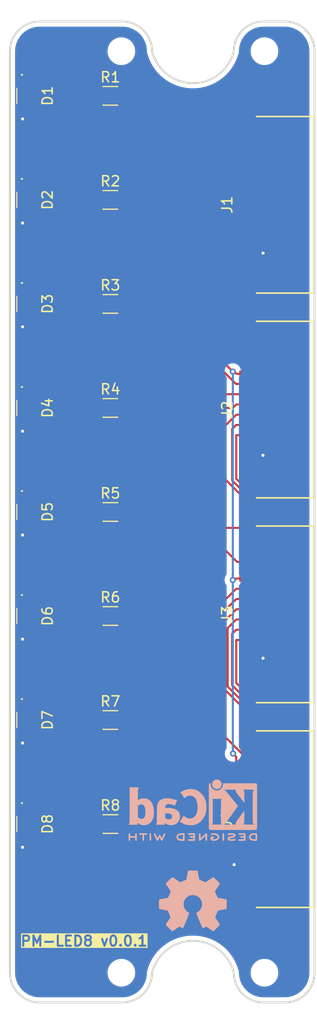
<source format=kicad_pcb>
(kicad_pcb (version 20240108) (generator "pcbnew") (generator_version "8.0")
  (title_block (title "${article} v${version}"))
  (layers (0 "F.Cu" signal) (31 "B.Cu" signal) (34 "B.Paste" user) (35 "F.Paste" user) (36 "B.SilkS" user "B.Silkscreen") (37 "F.SilkS" user "F.Silkscreen") (38 "B.Mask" user) (39 "F.Mask" user) (44 "Edge.Cuts" user))
  (property "article" "PM-LED8")
  (property "version" "0.0.1")
  (net 0 "")
  (net 2 "GND")
  (net 6 "Net-(J1-Pin_3)")
  (net 7 "Net-(J1-Pin_2)")
  (net 8 "Net-(J1-Pin_6)")
  (net 9 "Net-(J1-Pin_4)")
  (net 10 "Net-(J1-Pin_7)")
  (net 11 "Net-(J1-Pin_9)")
  (net 12 "Net-(J1-Pin_8)")
  (net 13 "Net-(J1-Pin_5)")
  (net 14 "Net-(D1-Pad1)")
  (net 15 "Net-(D2-Pad1)")
  (net 16 "Net-(D3-Pad1)")
  (net 17 "Net-(D4-Pad1)")
  (net 18 "Net-(D5-Pad1)")
  (net 19 "Net-(D6-Pad1)")
  (net 20 "Net-(D7-Pad1)")
  (net 21 "Net-(D8-Pad1)")
  (footprint "kicad_inventree_lib:CONN10_AFA07-S10_JUS" (layer "F.Cu") (at 77.8 110.8 90)
    (property "Reference" "J3" (at 0 -5.65 90) (layer "F.SilkS"))
    (property "Value" "AFA07-S10FCC-00")
    (pad "1" smd rect (at -4.499991 -3.556 90) (size 0.635 1.8034) (layers "F.Cu" "F.Paste" "F.Mask") (net 2 "GND"))
    (pad "2" smd rect (at -3.499993 -3.556 90) (size 0.635 1.8034) (layers "F.Cu" "F.Paste" "F.Mask") (net 7 "Net-(J1-Pin_2)"))
    (pad "3" smd rect (at -2.499995 -3.556 90) (size 0.635 1.8034) (layers "F.Cu" "F.Paste" "F.Mask") (net 6 "Net-(J1-Pin_3)"))
    (pad "4" smd rect (at -1.499997 -3.556 90) (size 0.635 1.8034) (layers "F.Cu" "F.Paste" "F.Mask") (net 9 "Net-(J1-Pin_4)"))
    (pad "5" smd rect (at -0.499999 -3.556 90) (size 0.635 1.8034) (layers "F.Cu" "F.Paste" "F.Mask") (net 13 "Net-(J1-Pin_5)"))
    (pad "6" smd rect (at 0.499999 -3.556 90) (size 0.635 1.8034) (layers "F.Cu" "F.Paste" "F.Mask") (net 8 "Net-(J1-Pin_6)"))
    (pad "7" smd rect (at 1.499997 -3.556 90) (size 0.635 1.8034) (layers "F.Cu" "F.Paste" "F.Mask") (net 10 "Net-(J1-Pin_7)"))
    (pad "8" smd rect (at 2.499995 -3.556 90) (size 0.635 1.8034) (layers "F.Cu" "F.Paste" "F.Mask") (net 12 "Net-(J1-Pin_8)"))
    (pad "9" smd rect (at 3.499993 -3.556 90) (size 0.635 1.8034) (layers "F.Cu" "F.Paste" "F.Mask") (net 11 "Net-(J1-Pin_9)"))
    (pad "10" smd rect (at 4.499991 -3.556 90) (size 0.635 1.8034) (layers "F.Cu" "F.Paste" "F.Mask"))
    (pad "11" smd rect (at -6.850002 -1.385999 90) (size 2.5908 2.9972) (layers "F.Cu" "F.Paste" "F.Mask"))
    (pad "12" smd rect (at 6.850002 -1.385999 90) (size 2.5908 2.9972) (layers "F.Cu" "F.Paste" "F.Mask"))
  )
  (footprint "kicad_inventree_lib:1221GHCYR2S22C" (layer "F.Cu") (at 51.576 70.32 90)
    (property "Reference" "D2" (at 0 3 90) (layer "F.SilkS"))
    (property "Value" "12-21_GHC-YR2S2_2C" (hide yes))
    (pad "1" smd rect (at 1.42 0.555 90) (size 0.63 1.41) (layers "F.Cu" "F.Paste" "F.Mask") (net 15 "Net-(D2-Pad1)"))
    (pad "2" smd rect (at -1.42 0.555 90) (size 0.63 1.41) (layers "F.Cu" "F.Paste" "F.Mask") (net 2 "GND"))
    (pad "3" smd rect (at 0 1.045 180) (size 0.43 1.07) (layers "F.Cu" "F.Paste" "F.Mask"))
  )
  (footprint "Resistor_SMD:R_1206_3216Metric_Pad1.30x1.75mm_HandSolder" (layer "F.Cu") (at 60.72 80.48)
    (property "Reference" "R3" (at 0 -1.82 0) (layer "F.SilkS"))
    (property "Value" "680R")
    (pad "1" smd roundrect (at -1.55 0) (size 1.3 1.75) (layers "F.Cu" "F.Paste" "F.Mask") (roundrect_rratio 0.192308) (net 16 "Net-(D3-Pad1)"))
    (pad "2" smd roundrect (at 1.55 0) (size 1.3 1.75) (layers "F.Cu" "F.Paste" "F.Mask") (roundrect_rratio 0.192308) (net 10 "Net-(J1-Pin_7)"))
  )
  (footprint "kicad_inventree_lib:1221GHCYR2S22C" (layer "F.Cu") (at 51.576 60.16 90)
    (property "Reference" "D1" (at 0 3 90) (layer "F.SilkS"))
    (property "Value" "12-21_GHC-YR2S2_2C" (hide yes))
    (pad "1" smd rect (at 1.42 0.555 90) (size 0.63 1.41) (layers "F.Cu" "F.Paste" "F.Mask") (net 14 "Net-(D1-Pad1)"))
    (pad "2" smd rect (at -1.42 0.555 90) (size 0.63 1.41) (layers "F.Cu" "F.Paste" "F.Mask") (net 2 "GND"))
    (pad "3" smd rect (at 0 1.045 180) (size 0.43 1.07) (layers "F.Cu" "F.Paste" "F.Mask"))
  )
  (footprint "Resistor_SMD:R_1206_3216Metric_Pad1.30x1.75mm_HandSolder" (layer "F.Cu") (at 60.72 121.12)
    (property "Reference" "R7" (at 0 -1.82 0) (layer "F.SilkS"))
    (property "Value" "680R")
    (pad "1" smd roundrect (at -1.55 0) (size 1.3 1.75) (layers "F.Cu" "F.Paste" "F.Mask") (roundrect_rratio 0.192308) (net 20 "Net-(D7-Pad1)"))
    (pad "2" smd roundrect (at 1.55 0) (size 1.3 1.75) (layers "F.Cu" "F.Paste" "F.Mask") (roundrect_rratio 0.192308) (net 6 "Net-(J1-Pin_3)"))
  )
  (footprint "Resistor_SMD:R_1206_3216Metric_Pad1.30x1.75mm_HandSolder" (layer "F.Cu") (at 60.72 100.8)
    (property "Reference" "R5" (at 0 -1.82 0) (layer "F.SilkS"))
    (property "Value" "680R")
    (pad "1" smd roundrect (at -1.55 0) (size 1.3 1.75) (layers "F.Cu" "F.Paste" "F.Mask") (roundrect_rratio 0.192308) (net 18 "Net-(D5-Pad1)"))
    (pad "2" smd roundrect (at 1.55 0) (size 1.3 1.75) (layers "F.Cu" "F.Paste" "F.Mask") (roundrect_rratio 0.192308) (net 13 "Net-(J1-Pin_5)"))
  )
  (footprint "Resistor_SMD:R_1206_3216Metric_Pad1.30x1.75mm_HandSolder" (layer "F.Cu") (at 60.72 60.16)
    (property "Reference" "R1" (at 0 -1.82 0) (layer "F.SilkS"))
    (property "Value" "680R")
    (pad "1" smd roundrect (at -1.55 0) (size 1.3 1.75) (layers "F.Cu" "F.Paste" "F.Mask") (roundrect_rratio 0.192308) (net 14 "Net-(D1-Pad1)"))
    (pad "2" smd roundrect (at 1.55 0) (size 1.3 1.75) (layers "F.Cu" "F.Paste" "F.Mask") (roundrect_rratio 0.192308) (net 11 "Net-(J1-Pin_9)"))
  )
  (footprint "kicad_inventree_lib:1221GHCYR2S22C" (layer "F.Cu") (at 51.576 131.28 90)
    (property "Reference" "D8" (at 0 3 90) (layer "F.SilkS"))
    (property "Value" "12-21_GHC-YR2S2_2C" (hide yes))
    (pad "1" smd rect (at 1.42 0.555 90) (size 0.63 1.41) (layers "F.Cu" "F.Paste" "F.Mask") (net 21 "Net-(D8-Pad1)"))
    (pad "2" smd rect (at -1.42 0.555 90) (size 0.63 1.41) (layers "F.Cu" "F.Paste" "F.Mask") (net 2 "GND"))
    (pad "3" smd rect (at 0 1.045 180) (size 0.43 1.07) (layers "F.Cu" "F.Paste" "F.Mask"))
  )
  (footprint "Resistor_SMD:R_1206_3216Metric_Pad1.30x1.75mm_HandSolder" (layer "F.Cu") (at 60.72 131.28)
    (property "Reference" "R8" (at 0 -1.82 0) (layer "F.SilkS"))
    (property "Value" "680R")
    (pad "1" smd roundrect (at -1.55 0) (size 1.3 1.75) (layers "F.Cu" "F.Paste" "F.Mask") (roundrect_rratio 0.192308) (net 21 "Net-(D8-Pad1)"))
    (pad "2" smd roundrect (at 1.55 0) (size 1.3 1.75) (layers "F.Cu" "F.Paste" "F.Mask") (roundrect_rratio 0.192308) (net 7 "Net-(J1-Pin_2)"))
  )
  (footprint "kicad_inventree_lib:1221GHCYR2S22C" (layer "F.Cu") (at 51.576 100.8 90)
    (property "Reference" "D5" (at 0 3 90) (layer "F.SilkS"))
    (property "Value" "12-21_GHC-YR2S2_2C" (hide yes))
    (pad "1" smd rect (at 1.42 0.555 90) (size 0.63 1.41) (layers "F.Cu" "F.Paste" "F.Mask") (net 18 "Net-(D5-Pad1)"))
    (pad "2" smd rect (at -1.42 0.555 90) (size 0.63 1.41) (layers "F.Cu" "F.Paste" "F.Mask") (net 2 "GND"))
    (pad "3" smd rect (at 0 1.045 180) (size 0.43 1.07) (layers "F.Cu" "F.Paste" "F.Mask"))
  )
  (footprint "kicad_inventree_lib:1221GHCYR2S22C" (layer "F.Cu") (at 51.576 110.96 90)
    (property "Reference" "D6" (at 0 3 90) (layer "F.SilkS"))
    (property "Value" "12-21_GHC-YR2S2_2C" (hide yes))
    (pad "1" smd rect (at 1.42 0.555 90) (size 0.63 1.41) (layers "F.Cu" "F.Paste" "F.Mask") (net 19 "Net-(D6-Pad1)"))
    (pad "2" smd rect (at -1.42 0.555 90) (size 0.63 1.41) (layers "F.Cu" "F.Paste" "F.Mask") (net 2 "GND"))
    (pad "3" smd rect (at 0 1.045 180) (size 0.43 1.07) (layers "F.Cu" "F.Paste" "F.Mask"))
  )
  (footprint "kicad_inventree_lib:CONN10_AFA07-S10_JUS" (layer "F.Cu") (at 77.8 130.8 90)
    (property "Reference" "J4" (at 0 -5.65 90) (layer "F.SilkS"))
    (property "Value" "AFA07-S10FCC-00")
    (pad "1" smd rect (at -4.499991 -3.556 90) (size 0.635 1.8034) (layers "F.Cu" "F.Paste" "F.Mask") (net 2 "GND"))
    (pad "2" smd rect (at -3.499993 -3.556 90) (size 0.635 1.8034) (layers "F.Cu" "F.Paste" "F.Mask") (net 7 "Net-(J1-Pin_2)"))
    (pad "3" smd rect (at -2.499995 -3.556 90) (size 0.635 1.8034) (layers "F.Cu" "F.Paste" "F.Mask") (net 6 "Net-(J1-Pin_3)"))
    (pad "4" smd rect (at -1.499997 -3.556 90) (size 0.635 1.8034) (layers "F.Cu" "F.Paste" "F.Mask") (net 9 "Net-(J1-Pin_4)"))
    (pad "5" smd rect (at -0.499999 -3.556 90) (size 0.635 1.8034) (layers "F.Cu" "F.Paste" "F.Mask") (net 13 "Net-(J1-Pin_5)"))
    (pad "6" smd rect (at 0.499999 -3.556 90) (size 0.635 1.8034) (layers "F.Cu" "F.Paste" "F.Mask") (net 8 "Net-(J1-Pin_6)"))
    (pad "7" smd rect (at 1.499997 -3.556 90) (size 0.635 1.8034) (layers "F.Cu" "F.Paste" "F.Mask") (net 10 "Net-(J1-Pin_7)"))
    (pad "8" smd rect (at 2.499995 -3.556 90) (size 0.635 1.8034) (layers "F.Cu" "F.Paste" "F.Mask") (net 12 "Net-(J1-Pin_8)"))
    (pad "9" smd rect (at 3.499993 -3.556 90) (size 0.635 1.8034) (layers "F.Cu" "F.Paste" "F.Mask") (net 11 "Net-(J1-Pin_9)"))
    (pad "10" smd rect (at 4.499991 -3.556 90) (size 0.635 1.8034) (layers "F.Cu" "F.Paste" "F.Mask"))
    (pad "11" smd rect (at -6.850002 -1.385999 90) (size 2.5908 2.9972) (layers "F.Cu" "F.Paste" "F.Mask"))
    (pad "12" smd rect (at 6.850002 -1.385999 90) (size 2.5908 2.9972) (layers "F.Cu" "F.Paste" "F.Mask"))
  )
  (footprint "MountingHole:MountingHole_2.2mm_M2" (layer "F.Cu") (at 75.8 55.8)
    (property "Reference" "H1" (hide yes))
    (property "Value" "MountingHole")
    (pad "" np_thru_hole circle (at 0 0) (size 2.2 2.2) (drill 2.2) (layers "*.Cu" "*.Mask"))
  )
  (footprint "MountingHole:MountingHole_2.2mm_M2" (layer "F.Cu") (at 61.8 145.8)
    (property "Reference" "H4" (hide yes))
    (property "Value" "MountingHole")
    (pad "" np_thru_hole circle (at 0 0) (size 2.2 2.2) (drill 2.2) (layers "*.Cu" "*.Mask"))
  )
  (footprint "MountingHole:MountingHole_2.2mm_M2" (layer "F.Cu") (at 75.8 145.8)
    (property "Reference" "H2" (hide yes))
    (property "Value" "MountingHole")
    (pad "" np_thru_hole circle (at 0 0) (size 2.2 2.2) (drill 2.2) (layers "*.Cu" "*.Mask"))
  )
  (footprint "kicad_inventree_lib:1221GHCYR2S22C" (layer "F.Cu") (at 51.576 80.48 90)
    (property "Reference" "D3" (at 0 3 90) (layer "F.SilkS"))
    (property "Value" "12-21_GHC-YR2S2_2C" (hide yes))
    (pad "1" smd rect (at 1.42 0.555 90) (size 0.63 1.41) (layers "F.Cu" "F.Paste" "F.Mask") (net 16 "Net-(D3-Pad1)"))
    (pad "2" smd rect (at -1.42 0.555 90) (size 0.63 1.41) (layers "F.Cu" "F.Paste" "F.Mask") (net 2 "GND"))
    (pad "3" smd rect (at 0 1.045 180) (size 0.43 1.07) (layers "F.Cu" "F.Paste" "F.Mask"))
  )
  (footprint "kicad_inventree_lib:1221GHCYR2S22C" (layer "F.Cu") (at 51.576 121.12 90)
    (property "Reference" "D7" (at 0 3 90) (layer "F.SilkS"))
    (property "Value" "12-21_GHC-YR2S2_2C" (hide yes))
    (pad "1" smd rect (at 1.42 0.555 90) (size 0.63 1.41) (layers "F.Cu" "F.Paste" "F.Mask") (net 20 "Net-(D7-Pad1)"))
    (pad "2" smd rect (at -1.42 0.555 90) (size 0.63 1.41) (layers "F.Cu" "F.Paste" "F.Mask") (net 2 "GND"))
    (pad "3" smd rect (at 0 1.045 180) (size 0.43 1.07) (layers "F.Cu" "F.Paste" "F.Mask"))
  )
  (footprint "kicad_inventree_lib:CONN10_AFA07-S10_JUS" (layer "F.Cu") (at 77.8 70.8 90)
    (property "Reference" "J1" (at 0 -5.65 90) (layer "F.SilkS"))
    (property "Value" "AFA07-S10FCC-00")
    (pad "1" smd rect (at -4.499991 -3.556 90) (size 0.635 1.8034) (layers "F.Cu" "F.Paste" "F.Mask") (net 2 "GND"))
    (pad "2" smd rect (at -3.499993 -3.556 90) (size 0.635 1.8034) (layers "F.Cu" "F.Paste" "F.Mask") (net 7 "Net-(J1-Pin_2)"))
    (pad "3" smd rect (at -2.499995 -3.556 90) (size 0.635 1.8034) (layers "F.Cu" "F.Paste" "F.Mask") (net 6 "Net-(J1-Pin_3)"))
    (pad "4" smd rect (at -1.499997 -3.556 90) (size 0.635 1.8034) (layers "F.Cu" "F.Paste" "F.Mask") (net 9 "Net-(J1-Pin_4)"))
    (pad "5" smd rect (at -0.499999 -3.556 90) (size 0.635 1.8034) (layers "F.Cu" "F.Paste" "F.Mask") (net 13 "Net-(J1-Pin_5)"))
    (pad "6" smd rect (at 0.499999 -3.556 90) (size 0.635 1.8034) (layers "F.Cu" "F.Paste" "F.Mask") (net 8 "Net-(J1-Pin_6)"))
    (pad "7" smd rect (at 1.499997 -3.556 90) (size 0.635 1.8034) (layers "F.Cu" "F.Paste" "F.Mask") (net 10 "Net-(J1-Pin_7)"))
    (pad "8" smd rect (at 2.499995 -3.556 90) (size 0.635 1.8034) (layers "F.Cu" "F.Paste" "F.Mask") (net 12 "Net-(J1-Pin_8)"))
    (pad "9" smd rect (at 3.499993 -3.556 90) (size 0.635 1.8034) (layers "F.Cu" "F.Paste" "F.Mask") (net 11 "Net-(J1-Pin_9)"))
    (pad "10" smd rect (at 4.499991 -3.556 90) (size 0.635 1.8034) (layers "F.Cu" "F.Paste" "F.Mask"))
    (pad "11" smd rect (at -6.850002 -1.385999 90) (size 2.5908 2.9972) (layers "F.Cu" "F.Paste" "F.Mask"))
    (pad "12" smd rect (at 6.850002 -1.385999 90) (size 2.5908 2.9972) (layers "F.Cu" "F.Paste" "F.Mask"))
  )
  (footprint "kicad_inventree_lib:CONN10_AFA07-S10_JUS" (layer "F.Cu") (at 77.8 90.8 90)
    (property "Reference" "J2" (at 0 -5.65 90) (layer "F.SilkS"))
    (property "Value" "AFA07-S10FCC-00")
    (pad "1" smd rect (at -4.499991 -3.556 90) (size 0.635 1.8034) (layers "F.Cu" "F.Paste" "F.Mask") (net 2 "GND"))
    (pad "2" smd rect (at -3.499993 -3.556 90) (size 0.635 1.8034) (layers "F.Cu" "F.Paste" "F.Mask") (net 7 "Net-(J1-Pin_2)"))
    (pad "3" smd rect (at -2.499995 -3.556 90) (size 0.635 1.8034) (layers "F.Cu" "F.Paste" "F.Mask") (net 6 "Net-(J1-Pin_3)"))
    (pad "4" smd rect (at -1.499997 -3.556 90) (size 0.635 1.8034) (layers "F.Cu" "F.Paste" "F.Mask") (net 9 "Net-(J1-Pin_4)"))
    (pad "5" smd rect (at -0.499999 -3.556 90) (size 0.635 1.8034) (layers "F.Cu" "F.Paste" "F.Mask") (net 13 "Net-(J1-Pin_5)"))
    (pad "6" smd rect (at 0.499999 -3.556 90) (size 0.635 1.8034) (layers "F.Cu" "F.Paste" "F.Mask") (net 8 "Net-(J1-Pin_6)"))
    (pad "7" smd rect (at 1.499997 -3.556 90) (size 0.635 1.8034) (layers "F.Cu" "F.Paste" "F.Mask") (net 10 "Net-(J1-Pin_7)"))
    (pad "8" smd rect (at 2.499995 -3.556 90) (size 0.635 1.8034) (layers "F.Cu" "F.Paste" "F.Mask") (net 12 "Net-(J1-Pin_8)"))
    (pad "9" smd rect (at 3.499993 -3.556 90) (size 0.635 1.8034) (layers "F.Cu" "F.Paste" "F.Mask") (net 11 "Net-(J1-Pin_9)"))
    (pad "10" smd rect (at 4.499991 -3.556 90) (size 0.635 1.8034) (layers "F.Cu" "F.Paste" "F.Mask"))
    (pad "11" smd rect (at -6.850002 -1.385999 90) (size 2.5908 2.9972) (layers "F.Cu" "F.Paste" "F.Mask"))
    (pad "12" smd rect (at 6.850002 -1.385999 90) (size 2.5908 2.9972) (layers "F.Cu" "F.Paste" "F.Mask"))
  )
  (footprint "kicad_inventree_lib:1221GHCYR2S22C" (layer "F.Cu") (at 51.576 90.64 90)
    (property "Reference" "D4" (at 0 3 90) (layer "F.SilkS"))
    (property "Value" "12-21_GHC-YR2S2_2C" (hide yes))
    (pad "1" smd rect (at 1.42 0.555 90) (size 0.63 1.41) (layers "F.Cu" "F.Paste" "F.Mask") (net 17 "Net-(D4-Pad1)"))
    (pad "2" smd rect (at -1.42 0.555 90) (size 0.63 1.41) (layers "F.Cu" "F.Paste" "F.Mask") (net 2 "GND"))
    (pad "3" smd rect (at 0 1.045 180) (size 0.43 1.07) (layers "F.Cu" "F.Paste" "F.Mask"))
  )
  (footprint "Resistor_SMD:R_1206_3216Metric_Pad1.30x1.75mm_HandSolder" (layer "F.Cu") (at 60.72 70.32)
    (property "Reference" "R2" (at 0 -1.82 0) (layer "F.SilkS"))
    (property "Value" "680R")
    (pad "1" smd roundrect (at -1.55 0) (size 1.3 1.75) (layers "F.Cu" "F.Paste" "F.Mask") (roundrect_rratio 0.192308) (net 15 "Net-(D2-Pad1)"))
    (pad "2" smd roundrect (at 1.55 0) (size 1.3 1.75) (layers "F.Cu" "F.Paste" "F.Mask") (roundrect_rratio 0.192308) (net 12 "Net-(J1-Pin_8)"))
  )
  (footprint "Resistor_SMD:R_1206_3216Metric_Pad1.30x1.75mm_HandSolder" (layer "F.Cu") (at 60.72 110.96)
    (property "Reference" "R6" (at 0 -1.82 0) (layer "F.SilkS"))
    (property "Value" "680R")
    (pad "1" smd roundrect (at -1.55 0) (size 1.3 1.75) (layers "F.Cu" "F.Paste" "F.Mask") (roundrect_rratio 0.192308) (net 19 "Net-(D6-Pad1)"))
    (pad "2" smd roundrect (at 1.55 0) (size 1.3 1.75) (layers "F.Cu" "F.Paste" "F.Mask") (roundrect_rratio 0.192308) (net 9 "Net-(J1-Pin_4)"))
  )
  (footprint "MountingHole:MountingHole_2.2mm_M2" (layer "F.Cu") (at 61.8 55.8)
    (property "Reference" "H3" (hide yes))
    (property "Value" "MountingHole")
    (pad "" np_thru_hole circle (at 0 0) (size 2.2 2.2) (drill 2.2) (layers "*.Cu" "*.Mask"))
  )
  (footprint "Resistor_SMD:R_1206_3216Metric_Pad1.30x1.75mm_HandSolder" (layer "F.Cu") (at 60.72 90.64)
    (property "Reference" "R4" (at 0 -1.82 0) (layer "F.SilkS"))
    (property "Value" "680R")
    (pad "1" smd roundrect (at -1.55 0) (size 1.3 1.75) (layers "F.Cu" "F.Paste" "F.Mask") (roundrect_rratio 0.192308) (net 17 "Net-(D4-Pad1)"))
    (pad "2" smd roundrect (at 1.55 0) (size 1.3 1.75) (layers "F.Cu" "F.Paste" "F.Mask") (roundrect_rratio 0.192308) (net 8 "Net-(J1-Pin_6)"))
  )
  (footprint "Symbol:OSHW-Symbol_6.7x6mm_SilkScreen" (layer "B.Cu") (at 68.8 138.8 180)
    (property "Reference" "REF**" (hide yes))
    (property "Value" "OSHW-Symbol_6.7x6mm_SilkScreen" (hide yes))
  )
  (footprint "Symbol:KiCad-Logo2_5mm_SilkScreen" (layer "B.Cu") (at 68.8 129.91 180)
    (property "Reference" "Logo_kicad" (hide yes))
    (property "Value" "KiCad-Logo2_5mm_SilkScreen" (hide yes))
  )
  (gr_line (start 50.9 145.8) (end 50.9 55.8) (stroke (width 0.2)) (layer "Edge.Cuts"))
  (gr_arc (start 77.8 52.9) (mid 79.85061 53.74939) (end 80.7 55.8) (stroke (width 0.2)) (layer "Edge.Cuts"))
  (gr_arc (start 64.800001 145.8) (mid 68.8 142.676895) (end 72.799999 145.8) (stroke (width 0.2)) (layer "Edge.Cuts"))
  (gr_arc (start 53.8 148.7) (mid 51.74939 147.85061) (end 50.9 145.8) (stroke (width 0.2)) (layer "Edge.Cuts"))
  (gr_arc (start 72.8 55.8) (mid 73.64939 53.74939) (end 75.7 52.9) (stroke (width 0.2)) (layer "Edge.Cuts"))
  (gr_line (start 77.8 148.7) (end 75.7 148.7) (stroke (width 0.2)) (layer "Edge.Cuts"))
  (gr_arc (start 75.7 148.7) (mid 73.64939 147.85061) (end 72.8 145.8) (stroke (width 0.2)) (layer "Edge.Cuts"))
  (gr_arc (start 72.799999 55.8) (mid 68.8 58.923105) (end 64.800001 55.8) (stroke (width 0.2)) (layer "Edge.Cuts"))
  (gr_line (start 80.7 55.8) (end 80.7 145.8) (stroke (width 0.2)) (layer "Edge.Cuts"))
  (gr_arc (start 80.7 145.8) (mid 79.85061 147.85061) (end 77.8 148.7) (stroke (width 0.2)) (layer "Edge.Cuts"))
  (gr_line (start 61.9 148.7) (end 53.8 148.7) (stroke (width 0.2)) (layer "Edge.Cuts"))
  (gr_line (start 61.9 52.9) (end 53.8 52.9) (stroke (width 0.2)) (layer "Edge.Cuts"))
  (gr_arc (start 50.9 55.8) (mid 51.74939 53.74939) (end 53.8 52.9) (stroke (width 0.2)) (layer "Edge.Cuts"))
  (gr_line (start 77.8 52.9) (end 75.7 52.9) (stroke (width 0.2)) (layer "Edge.Cuts"))
  (gr_arc (start 61.9 52.9) (mid 63.95061 53.74939) (end 64.8 55.8) (stroke (width 0.2)) (layer "Edge.Cuts"))
  (gr_arc (start 64.8 145.8) (mid 63.95061 147.85061) (end 61.9 148.7) (stroke (width 0.2)) (layer "Edge.Cuts"))
  (gr_text "${article} v${version}" (at 51.83 142.71 0) (layer "F.SilkS" knockout) (effects (font (size 1 1) (thickness 0.2) (bold yes)) (justify left)))
  (segment (start 52.131 102.22) (end 52.131 103.0539) (width 0.2) (layer "F.Cu") (net 2))
  (segment (start 52.131 133.5497) (end 52.131 132.7) (width 0.2) (layer "F.Cu") (net 2))
  (segment (start 52.131 113.2217) (end 52.131 112.38) (width 0.2) (layer "F.Cu") (net 2))
  (segment (start 75.4474 95.3) (end 75.4801 95.2673) (width 0.2) (layer "F.Cu") (net 2))
  (segment (start 72.9876 135.247) (end 73.0406 135.3) (width 0.2) (layer "F.Cu") (net 2))
  (segment (start 72.8315 135.247) (end 72.9876 135.247) (width 0.2) (layer "F.Cu") (net 2))
  (segment (start 74.244 135.3) (end 73.0406 135.3) (width 0.2) (layer "F.Cu") (net 2))
  (segment (start 52.131 123.3681) (end 52.131 122.54) (width 0.2) (layer "F.Cu") (net 2))
  (segment (start 52.131 62.4165) (end 52.131 61.58) (width 0.2) (layer "F.Cu") (net 2))
  (segment (start 74.244 115.3) (end 75.4474 115.3) (width 0.2) (layer "F.Cu") (net 2))
  (segment (start 75.4474 115.3) (end 75.6628 115.0846) (width 0.2) (layer "F.Cu") (net 2))
  (segment (start 52.131 82.72) (end 52.131 81.9) (width 0.2) (layer "F.Cu") (net 2))
  (segment (start 75.6651 75.5177) (end 75.4474 75.3) (width 0.2) (layer "F.Cu") (net 2))
  (segment (start 52.131 72.5842) (end 52.131 71.74) (width 0.2) (layer "F.Cu") (net 2))
  (segment (start 74.244 75.3) (end 75.4474 75.3) (width 0.2) (layer "F.Cu") (net 2))
  (segment (start 75.4801 95.2673) (end 75.6531 95.2673) (width 0.2) (layer "F.Cu") (net 2))
  (segment (start 74.244 95.3) (end 75.4474 95.3) (width 0.2) (layer "F.Cu") (net 2))
  (segment (start 52.131 92.9113) (end 52.131 92.06) (width 0.2) (layer "F.Cu") (net 2))
  (via (at 52.131 133.5497) (size 0.6) (drill 0.3) (layers "F.Cu" "B.Cu") (net 2))
  (via (at 75.6628 115.0846) (size 0.6) (drill 0.3) (layers "F.Cu" "B.Cu") (net 2))
  (via (at 75.6651 75.5177) (size 0.6) (drill 0.3) (layers "F.Cu" "B.Cu") (net 2))
  (via (at 52.131 72.5842) (size 0.6) (drill 0.3) (layers "F.Cu" "B.Cu") (net 2))
  (via (at 52.131 82.72) (size 0.6) (drill 0.3) (layers "F.Cu" "B.Cu") (net 2))
  (via (at 52.131 92.9113) (size 0.6) (drill 0.3) (layers "F.Cu" "B.Cu") (net 2))
  (via (at 52.131 103.0539) (size 0.6) (drill 0.3) (layers "F.Cu" "B.Cu") (net 2))
  (via (at 72.8315 135.247) (size 0.6) (drill 0.3) (layers "F.Cu" "B.Cu") (net 2))
  (via (at 52.131 62.4165) (size 0.6) (drill 0.3) (layers "F.Cu" "B.Cu") (net 2))
  (via (at 75.6531 95.2673) (size 0.6) (drill 0.3) (layers "F.Cu" "B.Cu") (net 2))
  (via (at 52.131 113.2217) (size 0.6) (drill 0.3) (layers "F.Cu" "B.Cu") (net 2))
  (via (at 52.131 123.3681) (size 0.6) (drill 0.3) (layers "F.Cu" "B.Cu") (net 2))
  (segment (start 74.0009 133.3) (end 73.0406 133.3) (width 0.2) (layer "F.Cu") (net 6))
  (segment (start 74.7449 93.3) (end 75.4474 93.3) (width 0.2) (layer "F.Cu") (net 6))
  (segment (start 74.244 133.3) (end 75.4474 133.3) (width 0.2) (layer "F.Cu") (net 6))
  (segment (start 74.244 113.3) (end 75.4474 113.3) (width 0.2) (layer "F.Cu") (net 6))
  (segment (start 76.7215 79.3328) (end 74.8761 79.3328) (width 0.2) (layer "F.Cu") (net 6))
  (segment (start 79.4194 89.328) (end 79.4194 82.0307) (width 0.2) (layer "F.Cu") (net 6))
  (segment (start 62.27 122.5294) (end 73.0406 133.3) (width 0.2) (layer "F.Cu") (net 6))
  (segment (start 79.4704 109.277) (end 75.4474 113.3) (width 0.2) (layer "F.Cu") (net 6))
  (segment (start 76.7867 99.2471) (end 79.4704 101.9308) (width 0.2) (layer "F.Cu") (net 6))
  (segment (start 77.1076 119.6908) (end 79.4274 122.0106) (width 0.2) (layer "F.Cu") (net 6))
  (segment (start 73.0406 117.5014) (end 75.23 119.6908) (width 0.2) (layer "F.Cu") (net 6))
  (segment (start 79.4274 129.32) (end 75.4474 133.3) (width 0.2) (layer "F.Cu") (net 6))
  (segment (start 79.4704 101.9308) (end 79.4704 109.277) (width 0.2) (layer "F.Cu") (net 6))
  (segment (start 74.244 73.3) (end 73.0406 73.3) (width 0.2) (layer "F.Cu") (net 6))
  (segment (start 75.4474 93.3) (end 79.4194 89.328) (width 0.2) (layer "F.Cu") (net 6))
  (segment (start 73.0406 93.3) (end 73.0406 97.5521) (width 0.2) (layer "F.Cu") (net 6))
  (segment (start 74.244 93.3) (end 73.0406 93.3) (width 0.2) (layer "F.Cu") (net 6))
  (segment (start 79.4194 82.0307) (end 76.7215 79.3328) (width 0.2) (layer "F.Cu") (net 6))
  (segment (start 74.8761 79.3328) (end 73.0406 77.4973) (width 0.2) (layer "F.Cu") (net 6))
  (segment (start 74.244 113.3) (end 73.0406 113.3) (width 0.2) (layer "F.Cu") (net 6))
  (segment (start 79.4274 122.0106) (end 79.4274 129.32) (width 0.2) (layer "F.Cu") (net 6))
  (segment (start 73.0406 77.4973) (end 73.0406 73.3) (width 0.2) (layer "F.Cu") (net 6))
  (segment (start 75.23 119.6908) (end 77.1076 119.6908) (width 0.2) (layer "F.Cu") (net 6))
  (segment (start 74.7449 93.3) (end 74.244 93.3) (width 0.2) (layer "F.Cu") (net 6))
  (segment (start 74.0009 133.3) (end 74.244 133.3) (width 0.2) (layer "F.Cu") (net 6))
  (segment (start 74.7356 99.2471) (end 76.7867 99.2471) (width 0.2) (layer "F.Cu") (net 6))
  (segment (start 73.0406 97.5521) (end 74.7356 99.2471) (width 0.2) (layer "F.Cu") (net 6))
  (segment (start 73.0406 113.3) (end 73.0406 117.5014) (width 0.2) (layer "F.Cu") (net 6))
  (segment (start 62.27 121.12) (end 62.27 122.5294) (width 0.2) (layer "F.Cu") (net 6))
  (segment (start 75.4474 94.3) (end 75.9176 93.8298) (width 0.2) (layer "F.Cu") (net 7))
  (segment (start 74.244 114.3) (end 75.4474 114.3) (width 0.2) (layer "F.Cu") (net 7))
  (segment (start 74.0009 134.3) (end 74.244 134.3) (width 0.2) (layer "F.Cu") (net 7))
  (segment (start 74.244 94.3) (end 75.4474 94.3) (width 0.2) (layer "F.Cu") (net 7))
  (segment (start 79.8773 109.8701) (end 75.4474 114.3) (width 0.2) (layer "F.Cu") (net 7))
  (segment (start 79.8211 89.9263) (end 79.8211 77.8298) (width 0.2) (layer "F.Cu") (net 7))
  (segment (start 79.8211 77.8298) (end 76.2913 74.3) (width 0.2) (layer "F.Cu") (net 7))
  (segment (start 75.9176 93.8298) (end 79.8211 89.9263) (width 0.2) (layer "F.Cu") (net 7))
  (segment (start 76.3749 114.3) (end 75.4474 114.3) (width 0.2) (layer "F.Cu") (net 7))
  (segment (start 74.244 134.3) (end 75.4474 134.3) (width 0.2) (layer "F.Cu") (net 7))
  (segment (start 75.4474 134.3) (end 79.8706 129.8768) (width 0.2) (layer "F.Cu") (net 7))
  (segment (start 76.2913 74.3) (end 74.244 74.3) (width 0.2) (layer "F.Cu") (net 7))
  (segment (start 62.27 131.28) (end 70.0206 131.28) (width 0.2) (layer "F.Cu") (net 7))
  (segment (start 79.8706 117.7957) (end 76.3749 114.3) (width 0.2) (layer "F.Cu") (net 7))
  (segment (start 74.0009 134.3) (end 73.0406 134.3) (width 0.2) (layer "F.Cu") (net 7))
  (segment (start 75.9176 93.8298) (end 79.8773 97.7896) (width 0.2) (layer "F.Cu") (net 7))
  (segment (start 79.8706 129.8768) (end 79.8706 117.7957) (width 0.2) (layer "F.Cu") (net 7))
  (segment (start 70.0206 131.28) (end 73.0406 134.3) (width 0.2) (layer "F.Cu") (net 7))
  (segment (start 79.8773 97.7896) (end 79.8773 109.8701) (width 0.2) (layer "F.Cu") (net 7))
  (segment (start 74.244 90.3) (end 75.4474 90.3) (width 0.2) (layer "F.Cu") (net 8))
  (segment (start 74.8457 110.3) (end 74.244 110.3) (width 0.2) (layer "F.Cu") (net 8))
  (segment (start 61.9895 102.3529) (end 78.1077 102.3529) (width 0.2) (layer "F.Cu") (net 8))
  (segment (start 78.2143 127.5331) (end 75.4474 130.3) (width 0.2) (layer "F.Cu") (net 8))
  (segment (start 73.6423 90.3) (end 74.244 90.3) (width 0.2) (layer "F.Cu") (net 8))
  (segment (start 77.8436 122.1588) (end 78.2143 122.5295) (width 0.2) (layer "F.Cu") (net 8))
  (segment (start 71.7961 111.5445) (end 71.7961 118.0216) (width 0.2) (layer "F.Cu") (net 8))
  (segment (start 78.2348 102.48) (end 78.2348 107.5126) (width 0.2) (layer "F.Cu") (net 8))
  (segment (start 62.27 90.64) (end 61.2935 91.6165) (width 0.2) (layer "F.Cu") (net 8))
  (segment (start 62.27 90.64) (end 72.7006 90.64) (width 0.2) (layer "F.Cu") (net 8))
  (segment (start 78.2348 107.5126) (end 75.4474 110.3) (width 0.2) (layer "F.Cu") (net 8))
  (segment (start 74.244 110.3) (end 73.0406 110.3) (width 0.2) (layer "F.Cu") (net 8))
  (segment (start 75.9333 122.1588) (end 77.8436 122.1588) (width 0.2) (layer "F.Cu") (net 8))
  (segment (start 74.8457 110.3) (end 75.4474 110.3) (width 0.2) (layer "F.Cu") (net 8))
  (segment (start 76.0454 82.3529) (end 71.8222 78.1297) (width 0.2) (layer "F.Cu") (net 8))
  (segment (start 78.2143 87.5331) (end 78.2143 82.5296) (width 0.2) (layer "F.Cu") (net 8))
  (segment (start 71.8222 78.1297) (end 71.8222 71.5184) (width 0.2) (layer "F.Cu") (net 8))
  (segment (start 78.1077 102.3529) (end 78.2348 102.48) (width 0.2) (layer "F.Cu") (net 8))
  (segment (start 78.2143 82.5296) (end 78.0376 82.3529) (width 0.2) (layer "F.Cu") (net 8))
  (segment (start 73.6423 90.3) (end 73.0406 90.3) (width 0.2) (layer "F.Cu") (net 8))
  (segment (start 73.0406 110.3) (end 71.7961 111.5445) (width 0.2) (layer "F.Cu") (net 8))
  (segment (start 74.244 70.3) (end 73.0406 70.3) (width 0.2) (layer "F.Cu") (net 8))
  (segment (start 78.0376 82.3529) (end 76.0454 82.3529) (width 0.2) (layer "F.Cu") (net 8))
  (segment (start 72.7006 90.64) (end 73.0406 90.3) (width 0.2) (layer "F.Cu") (net 8))
  (segment (start 61.2935 91.6165) (end 61.2935 101.6569) (width 0.2) (layer "F.Cu") (net 8))
  (segment (start 74.244 130.3) (end 75.4474 130.3) (width 0.2) (layer "F.Cu") (net 8))
  (segment (start 78.2143 122.5295) (end 78.2143 127.5331) (width 0.2) (layer "F.Cu") (net 8))
  (segment (start 71.7961 118.0216) (end 75.9333 122.1588) (width 0.2) (layer "F.Cu") (net 8))
  (segment (start 61.2935 101.6569) (end 61.9895 102.3529) (width 0.2) (layer "F.Cu") (net 8))
  (segment (start 71.8222 71.5184) (end 73.0406 70.3) (width 0.2) (layer "F.Cu") (net 8))
  (segment (start 75.4474 90.3) (end 78.2143 87.5331) (width 0.2) (layer "F.Cu") (net 8))
  (segment (start 74.244 132.3) (end 75.4474 132.3) (width 0.2) (layer "F.Cu") (net 9))
  (segment (start 77.6338 100.7026) (end 75.6231 100.7026) (width 0.2) (layer "F.Cu") (net 9))
  (segment (start 72.6389 77.7266) (end 72.6389 72.7017) (width 0.2) (layer "F.Cu") (net 9))
  (segment (start 77.5864 121.0507) (end 75.9692 121.0507) (width 0.2) (layer "F.Cu") (net 9))
  (segment (start 79.0257 122.1769) (end 77.9869 121.1381) (width 0.2) (layer "F.Cu") (net 9))
  (segment (start 70.8489 119.5389) (end 70.8489 130.1083) (width 0.2) (layer "F.Cu") (net 9))
  (segment (start 62.27 110.96) (end 70.8489 119.5389) (width 0.2) (layer "F.Cu") (net 9))
  (segment (start 79.0382 108.7092) (end 79.0382 102.0666) (width 0.2) (layer "F.Cu") (net 9))
  (segment (start 72.6389 72.7017) (end 73.0406 72.3) (width 0.2) (layer "F.Cu") (net 9))
  (segment (start 77.6738 121.1381) (end 77.5864 121.0507) (width 0.2) (layer "F.Cu") (net 9))
  (segment (start 74.244 92.3) (end 73.0406 92.3) (width 0.2) (layer "F.Cu") (net 9))
  (segment (start 72.6325 117.714) (end 72.6325 112.7081) (width 0.2) (layer "F.Cu") (net 9))
  (segment (start 74.244 132.3) (end 73.0406 132.3) (width 0.2) (layer "F.Cu") (net 9))
  (segment (start 79.0257 128.7217) (end 79.0257 122.1769) (width 0.2) (layer "F.Cu") (net 9))
  (segment (start 72.6325 112.7081) (end 73.0406 112.3) (width 0.2) (layer "F.Cu") (net 9))
  (segment (start 74.8457 112.3) (end 75.4474 112.3) (width 0.2) (layer "F.Cu") (net 9))
  (segment (start 75.4474 132.3) (end 79.0257 128.7217) (width 0.2) (layer "F.Cu") (net 9))
  (segment (start 74.244 112.3) (end 73.0406 112.3) (width 0.2) (layer "F.Cu") (net 9))
  (segment (start 76.3419 81.4296) (end 72.6389 77.7266) (width 0.2) (layer "F.Cu") (net 9))
  (segment (start 79.0177 88.7297) (end 79.0177 82.197) (width 0.2) (layer "F.Cu") (net 9))
  (segment (start 75.9692 121.0507) (end 72.6325 117.714) (width 0.2) (layer "F.Cu") (net 9))
  (segment (start 75.4474 92.3) (end 79.0177 88.7297) (width 0.2) (layer "F.Cu") (net 9))
  (segment (start 72.6389 92.7017) (end 73.0406 92.3) (width 0.2) (layer "F.Cu") (net 9))
  (segment (start 72.6389 97.7184) (end 72.6389 92.7017) (width 0.2) (layer "F.Cu") (net 9))
  (segment (start 75.6231 100.7026) (end 72.6389 97.7184) (width 0.2) (layer "F.Cu") (net 9))
  (segment (start 70.8489 130.1083) (end 73.0406 132.3) (width 0.2) (layer "F.Cu") (net 9))
  (segment (start 79.0382 102.0666) (end 78.643 101.6714) (width 0.2) (layer "F.Cu") (net 9))
  (segment (start 74.8457 112.3) (end 74.244 112.3) (width 0.2) (layer "F.Cu") (net 9))
  (segment (start 78.643 101.6714) (end 78.6026 101.6714) (width 0.2) (layer "F.Cu") (net 9))
  (segment (start 74.244 72.3) (end 73.0406 72.3) (width 0.2) (layer "F.Cu") (net 9))
  (segment (start 75.4474 112.3) (end 79.0382 108.7092) (width 0.2) (layer "F.Cu") (net 9))
  (segment (start 79.0177 82.197) (end 78.2503 81.4296) (width 0.2) (layer "F.Cu") (net 9))
  (segment (start 78.6026 101.6714) (end 77.6338 100.7026) (width 0.2) (layer "F.Cu") (net 9))
  (segment (start 77.9869 121.1381) (end 77.6738 121.1381) (width 0.2) (layer "F.Cu") (net 9))
  (segment (start 74.244 92.3) (end 75.4474 92.3) (width 0.2) (layer "F.Cu") (net 9))
  (segment (start 78.2503 81.4296) (end 76.3419 81.4296) (width 0.2) (layer "F.Cu") (net 9))
  (segment (start 74.8954 85.6808) (end 71.4059 82.1913) (width 0.2) (layer "F.Cu") (net 10))
  (segment (start 61.257 90.8211) (end 61.257 90.2531) (width 0.2) (layer "F.Cu") (net 10))
  (segment (start 62.0303 103.0027) (end 60.8584 101.8308) (width 0.2) (layer "F.Cu") (net 10))
  (segment (start 62.27 80.48) (end 62.27 87.2878) (width 0.2) (layer "F.Cu") (net 10))
  (segment (start 74.244 89.3) (end 75.4474 89.3) (width 0.2) (layer "F.Cu") (net 10))
  (segment (start 71.4059 82.1913) (end 71.4059 70.9347) (width 0.2) (layer "F.Cu") (net 10))
  (segment (start 61.3173 89.735) (end 63.0173 88.035) (width 0.2) (layer "F.Cu") (net 10))
  (segment (start 62.27 87.2878) (end 63.0173 88.035) (width 0.2) (layer "F.Cu") (net 10))
  (segment (start 62.9152 103.3218) (end 62.5961 103.0027) (width 0.2) (layer "F.Cu") (net 10))
  (segment (start 75.4474 85.8115) (end 75.3167 85.6808) (width 0.2) (layer "F.Cu") (net 10))
  (segment (start 60.8584 91.2218) (end 61.0409 91.0393) (width 0.2) (layer "F.Cu") (net 10))
  (segment (start 74.244 129.3) (end 75.4474 129.3) (width 0.2) (layer "F.Cu") (net 10))
  (segment (start 71.7952 118.5887) (end 71.7952 122.6054) (width 0.2) (layer "F.Cu") (net 10))
  (segment (start 71.3944 118.1879) (end 71.7952 118.5887) (width 0.2) (layer "F.Cu") (net 10))
  (segment (start 61.3173 90.1928) (end 61.3173 89.735) (width 0.2) (layer "F.Cu") (net 10))
  (segment (start 71.7952 122.6054) (end 74.8706 125.6808) (width 0.2) (layer "F.Cu") (net 10))
  (segment (start 74.244 69.3) (end 73.0406 69.3) (width 0.2) (layer "F.Cu") (net 10))
  (segment (start 71.3944 110.9462) (end 71.3944 118.1879) (width 0.2) (layer "F.Cu") (net 10))
  (segment (start 75.3397 105.6808) (end 73.1235 105.6808) (width 0.2) (layer "F.Cu") (net 10))
  (segment (start 73.0406 109.3) (end 71.3944 110.9462) (width 0.2) (layer "F.Cu") (net 10))
  (segment (start 62.5961 103.0027) (end 62.0303 103.0027) (width 0.2) (layer "F.Cu") (net 10))
  (segment (start 60.8584 101.8308) (end 60.8584 91.2218) (width 0.2) (layer "F.Cu") (net 10))
  (segment (start 63.0173 88.035) (end 64.2822 89.3) (width 0.2) (layer "F.Cu") (net 10))
  (segment (start 73.1235 105.6808) (end 70.7645 103.3218) (width 0.2) (layer "F.Cu") (net 10))
  (segment (start 73.7432 109.3) (end 73.0406 109.3) (width 0.2) (layer "F.Cu") (net 10))
  (segment (start 75.4474 89.3) (end 75.4474 85.8115) (width 0.2) (layer "F.Cu") (net 10))
  (segment (start 75.4474 105.7885) (end 75.3397 105.6808) (width 0.2) (layer "F.Cu") (net 10))
  (segment (start 70.7645 103.3218) (end 62.9152 103.3218) (width 0.2) (layer "F.Cu") (net 10))
  (segment (start 64.2822 89.3) (end 73.0406 89.3) (width 0.2) (layer "F.Cu") (net 10))
  (segment (start 74.8706 125.6808) (end 75.3253 125.6808) (width 0.2) (layer "F.Cu") (net 10))
  (segment (start 71.4059 70.9347) (end 73.0406 69.3) (width 0.2) (layer "F.Cu") (net 10))
  (segment (start 61.0409 91.0393) (end 61.0409 91.0372) (width 0.2) (layer "F.Cu") (net 10))
  (segment (start 74.244 109.3) (end 75.4474 109.3) (width 0.2) (layer "F.Cu") (net 10))
  (segment (start 73.7432 89.3) (end 74.244 89.3) (width 0.2) (layer "F.Cu") (net 10))
  (segment (start 75.4474 125.8029) (end 75.4474 129.3) (width 0.2) (layer "F.Cu") (net 10))
  (segment (start 75.4474 109.3) (end 75.4474 105.7885) (width 0.2) (layer "F.Cu") (net 10))
  (segment (start 61.0409 91.0372) (end 61.257 90.8211) (width 0.2) (layer "F.Cu") (net 10))
  (segment (start 75.3253 125.6808) (end 75.4474 125.8029) (width 0.2) (layer "F.Cu") (net 10))
  (segment (start 61.257 90.2531) (end 61.3173 90.1928) (width 0.2) (layer "F.Cu") (net 10))
  (segment (start 75.3167 85.6808) (end 74.8954 85.6808) (width 0.2) (layer "F.Cu") (net 10))
  (segment (start 73.7432 89.3) (end 73.0406 89.3) (width 0.2) (layer "F.Cu") (net 10))
  (segment (start 73.7432 109.3) (end 74.244 109.3) (width 0.2) (layer "F.Cu") (net 10))
  (segment (start 71.0027 85.3902) (end 72.7009 87.0884) (width 0.2) (layer "F.Cu") (net 11))
  (segment (start 74.244 127.3) (end 73.0406 127.3) (width 0.2) (layer "F.Cu") (net 11))
  (segment (start 73.0406 127.3) (end 73.0406 124.7071) (width 0.2) (layer "F.Cu") (net 11))
  (segment (start 71.0027 68.8185) (end 71.0027 85.3902) (width 0.2) (layer "F.Cu") (net 11))
  (segment (start 72.7009 107.441) (end 72.8996 107.441) (width 0.2) (layer "F.Cu") (net 11))
  (segment (start 74.244 107.3) (end 73.0406 107.3) (width 0.2) (layer "F.Cu") (net 11))
  (segment (start 72.829 87.0884) (end 72.7009 87.0884) (width 0.2) (layer "F.Cu") (net 11))
  (segment (start 73.0406 87.3) (end 72.829 87.0884) (width 0.2) (layer "F.Cu") (net 11))
  (segment (start 73.0406 67.3) (end 71.5221 68.8185) (width 0.2) (layer "F.Cu") (net 11))
  (segment (start 70.9285 68.8185) (end 62.27 60.16) (width 0.2) (layer "F.Cu") (net 11))
  (segment (start 72.8996 107.441) (end 73.0406 107.3) (width 0.2) (layer "F.Cu") (net 11))
  (segment (start 73.0406 124.7071) (end 72.7227 124.3892) (width 0.2) (layer "F.Cu") (net 11))
  (segment (start 74.244 67.3) (end 73.0406 67.3) (width 0.2) (layer "F.Cu") (net 11))
  (segment (start 71.5221 68.8185) (end 71.0027 68.8185) (width 0.2) (layer "F.Cu") (net 11))
  (segment (start 74.244 87.3) (end 73.0406 87.3) (width 0.2) (layer "F.Cu") (net 11))
  (segment (start 71.0027 68.8185) (end 70.9285 68.8185) (width 0.2) (layer "F.Cu") (net 11))
  (via (at 72.7009 87.0884) (size 0.6) (drill 0.3) (layers "F.Cu" "B.Cu") (net 11))
  (via (at 72.7009 107.441) (size 0.6) (drill 0.3) (layers "F.Cu" "B.Cu") (net 11))
  (via (at 72.7227 124.3892) (size 0.6) (drill 0.3) (layers "F.Cu" "B.Cu") (net 11))
  (segment (start 72.7009 87.0884) (end 72.7009 107.441) (width 0.2) (layer "B.Cu") (net 11))
  (segment (start 72.7009 124.3674) (end 72.7227 124.3892) (width 0.2) (layer "B.Cu") (net 11))
  (segment (start 72.7009 107.441) (end 72.7009 124.3674) (width 0.2) (layer "B.Cu") (net 11))
  (segment (start 74.8457 68.3) (end 74.244 68.3) (width 0.2) (layer "F.Cu") (net 12))
  (segment (start 61.3037 59.2665) (end 61.6539 58.9163) (width 0.2) (layer "F.Cu") (net 12))
  (segment (start 60.4163 80.4521) (end 62.7914 78.077) (width 0.2) (layer "F.Cu") (net 12))
  (segment (start 61.6539 58.9163) (end 62.9535 58.9163) (width 0.2) (layer "F.Cu") (net 12))
  (segment (start 74.244 108.3) (end 73.0406 108.3) (width 0.2) (layer "F.Cu") (net 12))
  (segment (start 78.2143 62.4501) (end 78.2143 65.5331) (width 0.2) (layer "F.Cu") (net 12))
  (segment (start 64.5798 60.5426) (end 76.3068 60.5426) (width 0.2) (layer "F.Cu") (net 12))
  (segment (start 70.9818 110.3588) (end 70.9818 118.3433) (width 0.2) (layer "F.Cu") (net 12))
  (segment (start 74.244 88.3) (end 73.0144 88.3) (width 0.2) (layer "F.Cu") (net 12))
  (segment (start 71.3935 118.755) (end 71.3935 126.6529) (width 0.2) (layer "F.Cu") (net 12))
  (segment (start 70.9818 110.3588) (end 68.7801 110.3588) (width 0.2) (layer "F.Cu") (net 12))
  (segment (start 74.8457 68.3) (end 75.4474 68.3) (width 0.2) (layer "F.Cu") (net 12))
  (segment (start 62.7914 78.077) (end 62.27 77.5556) (width 0.2) (layer "F.Cu") (net 12))
  (segment (start 68.7801 110.3588) (end 60.4163 101.995) (width 0.2) (layer "F.Cu") (net 12))
  (segment (start 62.27 70.32) (end 61.3037 69.3537) (width 0.2) (layer "F.Cu") (net 12))
  (segment (start 61.3037 69.3537) (end 61.3037 59.2665) (width 0.2) (layer "F.Cu") (net 12))
  (segment (start 76.3068 60.5426) (end 78.2143 62.4501) (width 0.2) (layer "F.Cu") (net 12))
  (segment (start 71.3935 126.6529) (end 73.0406 128.3) (width 0.2) (layer "F.Cu") (net 12))
  (segment (start 78.2143 65.5331) (end 75.4474 68.3) (width 0.2) (layer "F.Cu") (net 12))
  (segment (start 73.0144 88.3) (end 62.7914 78.077) (width 0.2) (layer "F.Cu") (net 12))
  (segment (start 74.244 128.3) (end 73.0406 128.3) (width 0.2) (layer "F.Cu") (net 12))
  (segment (start 70.9818 110.3588) (end 73.0406 108.3) (width 0.2) (layer "F.Cu") (net 12))
  (segment (start 62.27 77.5556) (end 62.27 70.32) (width 0.2) (layer "F.Cu") (net 12))
  (segment (start 70.9818 118.3433) (end 71.3935 118.755) (width 0.2) (layer "F.Cu") (net 12))
  (segment (start 60.4163 101.995) (end 60.4163 80.4521) (width 0.2) (layer "F.Cu") (net 12))
  (segment (start 62.9535 58.9163) (end 64.5798 60.5426) (width 0.2) (layer "F.Cu") (net 12))
  (segment (start 78.6365 102.2329) (end 78.6365 108.1109) (width 0.2) (layer "F.Cu") (net 13))
  (segment (start 72.1978 117.8553) (end 75.7949 121.4524) (width 0.2) (layer "F.Cu") (net 13))
  (segment (start 75.4474 91.3) (end 78.616 88.1314) (width 0.2) (layer "F.Cu") (net 13))
  (segment (start 75.7949 121.4524) (end 77.4201 121.4524) (width 0.2) (layer "F.Cu") (net 13))
  (segment (start 78.624 128.1234) (end 75.4474 131.3) (width 0.2) (layer "F.Cu") (net 13))
  (segment (start 65.4691 100.8) (end 62.27 100.8) (width 0.2) (layer "F.Cu") (net 13))
  (segment (start 77.8619 121.5811) (end 78.624 122.3432) (width 0.2) (layer "F.Cu") (net 13))
  (segment (start 74.244 111.3) (end 73.0406 111.3) (width 0.2) (layer "F.Cu") (net 13))
  (segment (start 77.752 101.4292) (end 78.3959 102.0731) (width 0.2) (layer "F.Cu") (net 13))
  (segment (start 70.3108 94.0298) (end 70.3108 95.9583) (width 0.2) (layer "F.Cu") (net 13))
  (segment (start 78.6365 108.1109) (end 75.4474 111.3) (width 0.2) (layer "F.Cu") (net 13))
  (segment (start 72.2364 77.9689) (end 72.2364 72.1042) (width 0.2) (layer "F.Cu") (net 13))
  (segment (start 77.5488 121.5811) (end 77.8619 121.5811) (width 0.2) (layer "F.Cu") (net 13))
  (segment (start 74.8457 91.3) (end 75.4474 91.3) (width 0.2) (layer "F.Cu") (net 13))
  (segment (start 77.4201 121.4524) (end 77.5488 121.5811) (width 0.2) (layer "F.Cu") (net 13))
  (segment (start 75.7817 101.4292) (end 77.752 101.4292) (width 0.2) (layer "F.Cu") (net 13))
  (segment (start 74.8457 91.3) (end 74.244 91.3) (width 0.2) (layer "F.Cu") (net 13))
  (segment (start 74.244 71.3) (end 73.0406 71.3) (width 0.2) (layer "F.Cu") (net 13))
  (segment (start 72.1978 112.1428) (end 72.1978 117.8553) (width 0.2) (layer "F.Cu") (net 13))
  (segment (start 78.084 81.8313) (end 76.0988 81.8313) (width 0.2) (layer "F.Cu") (net 13))
  (segment (start 73.0406 91.3) (end 70.3108 94.0298) (width 0.2) (layer "F.Cu") (net 13))
  (segment (start 78.4767 102.0731) (end 78.6365 102.2329) (width 0.2) (layer "F.Cu") (net 13))
  (segment (start 78.616 88.1314) (end 78.616 82.3633) (width 0.2) (layer "F.Cu") (net 13))
  (segment (start 74.244 111.3) (end 75.4474 111.3) (width 0.2) (layer "F.Cu") (net 13))
  (segment (start 78.624 122.3432) (end 78.624 128.1234) (width 0.2) (layer "F.Cu") (net 13))
  (segment (start 70.3108 95.9583) (end 75.7817 101.4292) (width 0.2) (layer "F.Cu") (net 13))
  (segment (start 72.2364 72.1042) (end 73.0406 71.3) (width 0.2) (layer "F.Cu") (net 13))
  (segment (start 70.3108 95.9583) (end 65.4691 100.8) (width 0.2) (layer "F.Cu") (net 13))
  (segment (start 78.3959 102.0731) (end 78.4767 102.0731) (width 0.2) (layer "F.Cu") (net 13))
  (segment (start 76.0988 81.8313) (end 72.2364 77.9689) (width 0.2) (layer "F.Cu") (net 13))
  (segment (start 74.244 91.3) (end 73.0406 91.3) (width 0.2) (layer "F.Cu") (net 13))
  (segment (start 74.244 131.3) (end 75.4474 131.3) (width 0.2) (layer "F.Cu") (net 13))
  (segment (start 78.616 82.3633) (end 78.084 81.8313) (width 0.2) (layer "F.Cu") (net 13))
  (segment (start 73.0406 111.3) (end 72.1978 112.1428) (width 0.2) (layer "F.Cu") (net 13))
  (segment (start 57.75 58.74) (end 59.17 60.16) (width 0.2) (layer "F.Cu") (net 14))
  (segment (start 52.131 58.74) (end 57.75 58.74) (width 0.2) (layer "F.Cu") (net 14))
  (segment (start 57.75 68.9) (end 59.17 70.32) (width 0.2) (layer "F.Cu") (net 15))
  (segment (start 52.131 68.9) (end 57.75 68.9) (width 0.2) (layer "F.Cu") (net 15))
  (segment (start 57.75 79.06) (end 59.17 80.48) (width 0.2) (layer "F.Cu") (net 16))
  (segment (start 52.131 79.06) (end 57.75 79.06) (width 0.2) (layer "F.Cu") (net 16))
  (segment (start 52.131 89.22) (end 57.75 89.22) (width 0.2) (layer "F.Cu") (net 17))
  (segment (start 57.75 89.22) (end 59.17 90.64) (width 0.2) (layer "F.Cu") (net 17))
  (segment (start 52.131 99.38) (end 57.75 99.38) (width 0.2) (layer "F.Cu") (net 18))
  (segment (start 57.75 99.38) (end 59.17 100.8) (width 0.2) (layer "F.Cu") (net 18))
  (segment (start 52.131 109.54) (end 57.75 109.54) (width 0.2) (layer "F.Cu") (net 19))
  (segment (start 57.75 109.54) (end 59.17 110.96) (width 0.2) (layer "F.Cu") (net 19))
  (segment (start 57.75 119.7) (end 59.17 121.12) (width 0.2) (layer "F.Cu") (net 20))
  (segment (start 52.131 119.7) (end 57.75 119.7) (width 0.2) (layer "F.Cu") (net 20))
  (segment (start 57.75 129.86) (end 59.17 131.28) (width 0.2) (layer "F.Cu") (net 21))
  (segment (start 52.131 129.86) (end 57.75 129.86) (width 0.2) (layer "F.Cu") (net 21))
  (zone (net 2) (net_name "GND") (layer "B.Cu") (connect_pads (clearance 0.5)) (min_thickness 0.25) (fill yes (thermal_gap 0.5) (thermal_bridge_width 0.5))
    (polygon (pts (xy 50.8 50.8) (xy 80.8 50.8) (xy 80.8 150.8) (xy 50.8 150.8)))
  )
)
</source>
